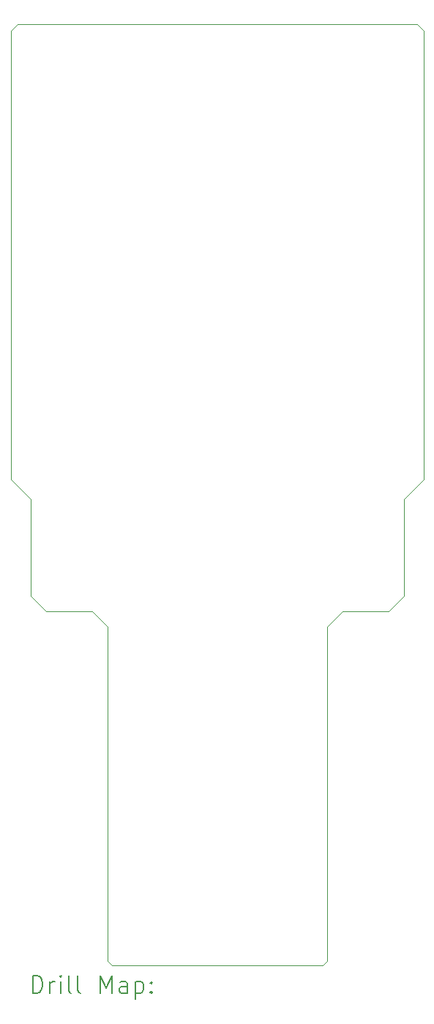
<source format=gbr>
%FSLAX45Y45*%
G04 Gerber Fmt 4.5, Leading zero omitted, Abs format (unit mm)*
G04 Created by KiCad (PCBNEW 6.0.2+dfsg-1) date 2022-07-07 18:03:14*
%MOMM*%
%LPD*%
G01*
G04 APERTURE LIST*
%TA.AperFunction,Profile*%
%ADD10C,0.100000*%
%TD*%
%ADD11C,0.200000*%
G04 APERTURE END LIST*
D10*
X12065000Y-4648200D02*
X16687800Y-4648200D01*
X13106400Y-15468600D02*
X13106400Y-11607800D01*
X12395200Y-11430000D02*
X12217400Y-11252200D01*
X12928600Y-11430000D02*
X12395200Y-11430000D01*
X16535400Y-11252200D02*
X16535400Y-10134600D01*
X12217400Y-11252200D02*
X12217400Y-10134600D01*
X15646400Y-11607800D02*
X15824200Y-11430000D01*
X11988800Y-9906000D02*
X11988800Y-4724400D01*
X16687800Y-4648200D02*
X16764000Y-4724400D01*
X13106400Y-15468600D02*
X13157200Y-15519400D01*
X13157200Y-15519400D02*
X15595600Y-15519400D01*
X16357600Y-11430000D02*
X16535400Y-11252200D01*
X16357600Y-11430000D02*
X15824200Y-11430000D01*
X12065000Y-4648200D02*
X11988800Y-4724400D01*
X15595600Y-15519400D02*
X15646400Y-15468600D01*
X16764000Y-9906000D02*
X16535400Y-10134600D01*
X16764000Y-4724400D02*
X16764000Y-9906000D01*
X12217400Y-10134600D02*
X11988800Y-9906000D01*
X13106400Y-11607800D02*
X12928600Y-11430000D01*
X15646400Y-15468600D02*
X15646400Y-11607800D01*
D11*
X12241419Y-15834876D02*
X12241419Y-15634876D01*
X12289038Y-15634876D01*
X12317609Y-15644400D01*
X12336657Y-15663448D01*
X12346181Y-15682495D01*
X12355705Y-15720590D01*
X12355705Y-15749162D01*
X12346181Y-15787257D01*
X12336657Y-15806305D01*
X12317609Y-15825352D01*
X12289038Y-15834876D01*
X12241419Y-15834876D01*
X12441419Y-15834876D02*
X12441419Y-15701543D01*
X12441419Y-15739638D02*
X12450943Y-15720590D01*
X12460467Y-15711067D01*
X12479514Y-15701543D01*
X12498562Y-15701543D01*
X12565228Y-15834876D02*
X12565228Y-15701543D01*
X12565228Y-15634876D02*
X12555705Y-15644400D01*
X12565228Y-15653924D01*
X12574752Y-15644400D01*
X12565228Y-15634876D01*
X12565228Y-15653924D01*
X12689038Y-15834876D02*
X12669990Y-15825352D01*
X12660467Y-15806305D01*
X12660467Y-15634876D01*
X12793800Y-15834876D02*
X12774752Y-15825352D01*
X12765228Y-15806305D01*
X12765228Y-15634876D01*
X13022371Y-15834876D02*
X13022371Y-15634876D01*
X13089038Y-15777733D01*
X13155705Y-15634876D01*
X13155705Y-15834876D01*
X13336657Y-15834876D02*
X13336657Y-15730114D01*
X13327133Y-15711067D01*
X13308086Y-15701543D01*
X13269990Y-15701543D01*
X13250943Y-15711067D01*
X13336657Y-15825352D02*
X13317609Y-15834876D01*
X13269990Y-15834876D01*
X13250943Y-15825352D01*
X13241419Y-15806305D01*
X13241419Y-15787257D01*
X13250943Y-15768209D01*
X13269990Y-15758686D01*
X13317609Y-15758686D01*
X13336657Y-15749162D01*
X13431895Y-15701543D02*
X13431895Y-15901543D01*
X13431895Y-15711067D02*
X13450943Y-15701543D01*
X13489038Y-15701543D01*
X13508086Y-15711067D01*
X13517609Y-15720590D01*
X13527133Y-15739638D01*
X13527133Y-15796781D01*
X13517609Y-15815828D01*
X13508086Y-15825352D01*
X13489038Y-15834876D01*
X13450943Y-15834876D01*
X13431895Y-15825352D01*
X13612848Y-15815828D02*
X13622371Y-15825352D01*
X13612848Y-15834876D01*
X13603324Y-15825352D01*
X13612848Y-15815828D01*
X13612848Y-15834876D01*
X13612848Y-15711067D02*
X13622371Y-15720590D01*
X13612848Y-15730114D01*
X13603324Y-15720590D01*
X13612848Y-15711067D01*
X13612848Y-15730114D01*
M02*

</source>
